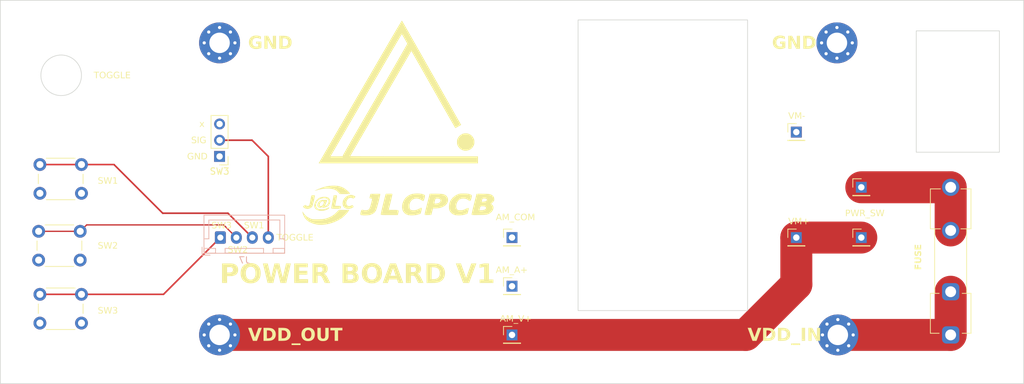
<source format=kicad_pcb>
(kicad_pcb (version 20221018) (generator pcbnew)
  (layers (0 "F.Cu" signal) (31 "B.Cu" signal) (34 "B.Paste" user) (35 "F.Paste" user) (36 "B.SilkS" user "B.Silkscreen") (37 "F.SilkS" user "F.Silkscreen") (38 "B.Mask" user) (39 "F.Mask" user) (44 "Edge.Cuts" user))
  (net 0 "")
  (net 1 "Net-(J1-Pin_1)")
  (net 2 "GND")
  (net 3 "Net-(J7-Pin_1)")
  (net 4 "Net-(J7-Pin_2)")
  (net 5 "Net-(J7-Pin_3)")
  (net 6 "Net-(J7-Pin_4)")
  (net 8 "Net-(J10-Pin_1)")
  (net 9 "Net-(J5-Pin_1)")
  (footprint "Button_Switch_THT:SW_PUSH_6mm" (layer "F.Cu") (at 60.61 105.7)
    (fp_text reference "SW4" hide)
    (fp_text value "SW_Push")
    (fp_line (start -0.25 1.5) (end -0.25 3) (stroke (width 0.12)) (layer "F.SilkS"))
    (fp_line (start 1 5.5) (end 5.5 5.5) (stroke (width 0.12)) (layer "F.SilkS"))
    (fp_line (start 5.5 -1) (end 1 -1) (stroke (width 0.12)) (layer "F.SilkS"))
    (fp_line (start 6.75 3) (end 6.75 1.5) (stroke (width 0.12)) (layer "F.SilkS"))
    (pad "1" thru_hole circle (at 0 0 90) (size 2 2) (drill 1.1) (layers "*.Cu" "*.Mask") (net 4 "Net-(J7-Pin_2)"))
    (pad "1" thru_hole circle (at 6.5 0 90) (size 2 2) (drill 1.1) (layers "*.Cu" "*.Mask") (net 4 "Net-(J7-Pin_2)"))
    (pad "2" thru_hole circle (at 0 4.5 90) (size 2 2) (drill 1.1) (layers "*.Cu" "*.Mask") (net 2 "GND"))
    (pad "2" thru_hole circle (at 6.5 4.5 90) (size 2 2) (drill 1.1) (layers "*.Cu" "*.Mask") (net 2 "GND"))
  )
  (footprint "MountingHole:MountingHole_3.2mm_M3_Pad_Via" (layer "F.Cu") (at 185.42 76.2)
    (fp_text reference "J4" hide)
    (fp_text value "GND")
    (pad "1" thru_hole circle (at -2.4 0) (size 0.8 0.8) (drill 0.5) (layers "*.Cu" "*.Mask") (net 2 "GND"))
    (pad "1" thru_hole circle (at -1.697056 -1.697056) (size 0.8 0.8) (drill 0.5) (layers "*.Cu" "*.Mask") (net 2 "GND"))
    (pad "1" thru_hole circle (at -1.697056 1.697056) (size 0.8 0.8) (drill 0.5) (layers "*.Cu" "*.Mask") (net 2 "GND"))
    (pad "1" thru_hole circle (at 0 -2.4) (size 0.8 0.8) (drill 0.5) (layers "*.Cu" "*.Mask") (net 2 "GND"))
    (pad "1" thru_hole circle (at 0 0) (size 6.4 6.4) (drill 3.2) (layers "*.Cu" "*.Mask") (net 2 "GND"))
    (pad "1" thru_hole circle (at 0 2.4) (size 0.8 0.8) (drill 0.5) (layers "*.Cu" "*.Mask") (net 2 "GND"))
    (pad "1" thru_hole circle (at 1.697056 -1.697056) (size 0.8 0.8) (drill 0.5) (layers "*.Cu" "*.Mask") (net 2 "GND"))
    (pad "1" thru_hole circle (at 1.697056 1.697056) (size 0.8 0.8) (drill 0.5) (layers "*.Cu" "*.Mask") (net 2 "GND"))
    (pad "1" thru_hole circle (at 2.4 0) (size 0.8 0.8) (drill 0.5) (layers "*.Cu" "*.Mask") (net 2 "GND"))
  )
  (footprint "MountingHole:MountingHole_3.2mm_M3_Pad_Via" (layer "F.Cu") (at 88.9 76.2)
    (fp_text reference "J2" hide)
    (fp_text value "GND")
    (pad "1" thru_hole circle (at -2.4 0) (size 0.8 0.8) (drill 0.5) (layers "*.Cu" "*.Mask") (net 2 "GND"))
    (pad "1" thru_hole circle (at -1.697056 -1.697056) (size 0.8 0.8) (drill 0.5) (layers "*.Cu" "*.Mask") (net 2 "GND"))
    (pad "1" thru_hole circle (at -1.697056 1.697056) (size 0.8 0.8) (drill 0.5) (layers "*.Cu" "*.Mask") (net 2 "GND"))
    (pad "1" thru_hole circle (at 0 -2.4) (size 0.8 0.8) (drill 0.5) (layers "*.Cu" "*.Mask") (net 2 "GND"))
    (pad "1" thru_hole circle (at 0 0) (size 6.4 6.4) (drill 3.2) (layers "*.Cu" "*.Mask") (net 2 "GND"))
    (pad "1" thru_hole circle (at 0 2.4) (size 0.8 0.8) (drill 0.5) (layers "*.Cu" "*.Mask") (net 2 "GND"))
    (pad "1" thru_hole circle (at 1.697056 -1.697056) (size 0.8 0.8) (drill 0.5) (layers "*.Cu" "*.Mask") (net 2 "GND"))
    (pad "1" thru_hole circle (at 1.697056 1.697056) (size 0.8 0.8) (drill 0.5) (layers "*.Cu" "*.Mask") (net 2 "GND"))
    (pad "1" thru_hole circle (at 2.4 0) (size 0.8 0.8) (drill 0.5) (layers "*.Cu" "*.Mask") (net 2 "GND"))
  )
  (footprint "Connector_PinHeader_2.54mm:PinHeader_1x03_P2.54mm_Vertical" (layer "F.Cu") (at 88.9 93.98 180)
    (fp_text reference "SW3" (at 0 -2.33) (layer "F.SilkS"))
    (fp_text value "SW_SPDT")
    (fp_line (start -1.33 -1.33) (end 0 -1.33) (stroke (width 0.12)) (layer "F.SilkS"))
    (fp_line (start -1.33 0) (end -1.33 -1.33) (stroke (width 0.12)) (layer "F.SilkS"))
    (fp_line (start -1.33 1.27) (end -1.33 6.41) (stroke (width 0.12)) (layer "F.SilkS"))
    (fp_line (start -1.33 1.27) (end 1.33 1.27) (stroke (width 0.12)) (layer "F.SilkS"))
    (fp_line (start -1.33 6.41) (end 1.33 6.41) (stroke (width 0.12)) (layer "F.SilkS"))
    (fp_line (start 1.33 1.27) (end 1.33 6.41) (stroke (width 0.12)) (layer "F.SilkS"))
    (pad "1" thru_hole rect (at 0 0 180) (size 1.7 1.7) (drill 1) (layers "*.Cu" "*.Mask") (net 2 "GND"))
    (pad "2" thru_hole oval (at 0 2.54 180) (size 1.7 1.7) (drill 1) (layers "*.Cu" "*.Mask") (net 6 "Net-(J7-Pin_4)"))
    (pad "3" thru_hole oval (at 0 5.08 180) (size 1.7 1.7) (drill 1) (layers "*.Cu" "*.Mask"))
  )
  (footprint "Connector_PinHeader_2.54mm:PinHeader_1x01_P2.54mm_Vertical" (layer "F.Cu") (at 134.62 114.3)
    (fp_text reference "J12" hide)
    (fp_text value "AMMETER_G")
    (fp_line (start -1.33 -1.33) (end 0 -1.33) (stroke (width 0.12)) (layer "F.SilkS"))
    (fp_line (start -1.33 0) (end -1.33 -1.33) (stroke (width 0.12)) (layer "F.SilkS"))
    (fp_line (start -1.33 1.27) (end -1.33 1.33) (stroke (width 0.12)) (layer "F.SilkS"))
    (fp_line (start -1.33 1.27) (end 1.33 1.27) (stroke (width 0.12)) (layer "F.SilkS"))
    (fp_line (start -1.33 1.33) (end 1.33 1.33) (stroke (width 0.12)) (layer "F.SilkS"))
    (fp_line (start 1.33 1.27) (end 1.33 1.33) (stroke (width 0.12)) (layer "F.SilkS"))
    (pad "1" thru_hole rect (at 0 0) (size 1.7 1.7) (drill 1) (layers "*.Cu" "*.Mask") (net 2 "GND"))
  )
  (footprint "Connector_PinHeader_2.54mm:PinHeader_1x01_P2.54mm_Vertical" (layer "F.Cu") (at 189.23 98.81)
    (fp_text reference "J5" hide)
    (fp_text value "SW_VI")
    (fp_line (start -1.33 -1.33) (end 0 -1.33) (stroke (width 0.12)) (layer "F.SilkS"))
    (fp_line (start -1.33 0) (end -1.33 -1.33) (stroke (width 0.12)) (layer "F.SilkS"))
    (fp_line (start -1.33 1.27) (end -1.33 1.33) (stroke (width 0.12)) (layer "F.SilkS"))
    (fp_line (start -1.33 1.27) (end 1.33 1.27) (stroke (width 0.12)) (layer "F.SilkS"))
    (fp_line (start -1.33 1.33) (end 1.33 1.33) (stroke (width 0.12)) (layer "F.SilkS"))
    (fp_line (start 1.33 1.27) (end 1.33 1.33) (stroke (width 0.12)) (layer "F.SilkS"))
    (pad "1" thru_hole rect (at 0 0) (size 1.7 1.7) (drill 1) (layers "*.Cu" "*.Mask") (net 9 "Net-(J5-Pin_1)"))
  )
  (footprint "logo:tuton_logo_big" (layer "F.Cu") (at 116.84 83.82)
    (fp_text reference "G***" hide)
    (fp_text value "LOGO" hide)
    (fp_poly (pts (xy 10.724457 6.55114) (xy 10.86406 6.568626) (xy 10.987187 6.604821) (xy 11.092644 6.650206) (xy 11.374479 6.819675) (xy 11.597677 7.038887) (xy 11.765796 7.306887) (xy 11.831142 7.448693) (xy 11.869694 7.566149) (xy 11.888304 7.691086) (xy 11.893824 7.855334) (xy 11.893963 7.902269) (xy 11.889455 8.089315) (xy 11.872104 8.228853) (xy 11.836169 8.35169) (xy 11.790351 8.458279) (xy 11.616288 8.74426) (xy 11.392372 8.972766) (xy 11.125513 9.139093) (xy 10.82262 9.238536) (xy 10.605084 9.265303) (xy 10.399965 9.263742) (xy 10.221499 9.241562) (xy 10.155519 9.224569) (xy 9.844319 9.085966) (xy 9.587127 8.890407) (xy 9.381897 8.636087) (xy 9.283233 8.455354) (xy 9.228947 8.324663) (xy 9.197611 8.200626) (xy 9.183562 8.052612) (xy 9.18096 7.902269) (xy 9.184429 7.724403) (xy 9.199404 7.593206) (xy 9.232737 7.476849) (xy 9.29128 7.343502) (xy 9.309127 7.306887) (xy 9.482687 7.032103) (xy 9.7074 6.814364) (xy 9.982278 6.650206) (xy 10.11417 6.595239) (xy 10.238217 6.563521) (xy 10.385338 6.54928) (xy 10.537461 6.546594)) (fill solid) (layer "F.SilkS"))
    (fp_poly (pts (xy 0.573929 -11.114026) (xy 0.596997 -11.076038) (xy 0.65703 -10.972609) (xy 0.752312 -10.806763) (xy 0.881125 -10.581524) (xy 1.041754 -10.299918) (xy 1.23248 -9.964967) (xy 1.451589 -9.579697) (xy 1.697362 -9.147133) (xy 1.968083 -8.670298) (xy 2.262036 -8.152218) (xy 2.577503 -7.595916) (xy 2.912769 -7.004417) (xy 3.266115 -6.380747) (xy 3.635826 -5.727928) (xy 4.020185 -5.048987) (xy 4.417475 -4.346946) (xy 4.825979 -3.624831) (xy 5.130405 -3.086533) (xy 5.546866 -2.350049) (xy 5.953754 -1.630527) (xy 6.349324 -0.931049) (xy 6.731833 -0.254697) (xy 7.099537 0.395444) (xy 7.450691 1.016293) (xy 7.783552 1.604766) (xy 8.096376 2.157781) (xy 8.387417 2.672255) (xy 8.654934 3.145105) (xy 8.89718 3.573248) (xy 9.112413 3.953601) (xy 9.298888 4.283082) (xy 9.454862 4.558607) (xy 9.57859 4.777094) (xy 9.668328 4.93546) (xy 9.722332 5.030623) (xy 9.737966 5.058024) (xy 9.832175 5.220847) (xy 9.390607 5.470872) (xy 9.222925 5.565565) (xy 9.08032 5.645621) (xy 8.976547 5.703352) (xy 8.925359 5.731073) (xy 8.923085 5.73216) (xy 8.901302 5.699702) (xy 8.842817 5.602214) (xy 8.749596 5.44314) (xy 8.623605 5.225923) (xy 8.466814 4.954007) (xy 8.281188 4.630834) (xy 8.068694 4.259847) (xy 7.8313 3.844491) (xy 7.570974 3.388208) (xy 7.289682 2.894442) (xy 6.989391 2.366635) (xy 6.672068 1.808231) (xy 6.339681 1.222674) (xy 5.994197 0.613406) (xy 5.637583 -0.01613) (xy 5.480686 -0.293301) (xy 5.119871 -0.930652) (xy 4.769408 -1.549341) (xy 4.43126 -2.145915) (xy 4.107391 -2.716925) (xy 3.799766 -3.258918) (xy 3.510349 -3.768445) (xy 3.241103 -4.242054) (xy 2.993994 -4.676295) (xy 2.770986 -5.067717) (xy 2.574042 -5.412869) (xy 2.405126 -5.7083) (xy 2.266204 -5.950559) (xy 2.159239 -6.136196) (xy 2.086196 -6.261759) (xy 2.049038 -6.323798) (xy 2.044582 -6.330085) (xy 2.023811 -6.296669) (xy 1.965675 -6.198794) (xy 1.872251 -6.040034) (xy 1.745612 -5.823961) (xy 1.587836 -5.55415) (xy 1.400997 -5.234173) (xy 1.187171 -4.867605) (xy 0.948433 -4.458018) (xy 0.686858 -4.008986) (xy 0.404523 -3.524083) (xy 0.103502 -3.006881) (xy -0.214128 -2.460955) (xy -0.546293 -1.889877) (xy -0.890917 -1.297221) (xy -1.245925 -0.68656) (xy -1.60924 -0.061468) (xy -1.978789 0.574482) (xy -2.352494 1.217716) (xy -2.728281 1.864661) (xy -3.104074 2.511744) (xy -3.477799 3.155391) (xy -3.847378 3.792029) (xy -4.210737 4.418085) (xy -4.565801 5.029984) (xy -4.910494 5.624154) (xy -5.24274 6.197022) (xy -5.560464 6.745013) (xy -5.861591 7.264554) (xy -6.144045 7.752073) (xy -6.40575 8.203995) (xy -6.644632 8.616748) (xy -6.858614 8.986757) (xy -7.045622 9.31045) (xy -7.203579 9.584253) (xy -7.330411 9.804593) (xy -7.424042 9.967895) (xy -7.482396 10.070588) (xy -7.503354 10.108969) (xy -7.465762 10.112433) (xy -7.352042 10.115767) (xy -7.164702 10.118962) (xy -6.906252 10.122011) (xy -6.579201 10.124903) (xy -6.186058 10.12763) (xy -5.729332 10.130184) (xy -5.211533 10.132555) (xy -4.635169 10.134734) (xy -4.002751 10.136712) (xy -3.316786 10.138482) (xy -2.579784 10.140033) (xy -1.794254 10.141357) (xy -0.962706 10.142445) (xy -0.087649 10.143288) (xy 0.828409 10.143878) (xy 1.782958 10.144204) (xy 2.473813 10.144272) (xy 12.464087 10.144272) (xy 12.464087 10.694737) (xy 12.464087 11.245201) (xy 0.002262 11.245201) (xy -12.459562 11.245201) (xy -12.098125 10.621649) (xy -11.821411 10.144272) (xy -10.584548 10.144272) (xy -9.587862 10.141168) (xy -9.320457 10.13959) (xy -9.083952 10.136754) (xy -8.888126 10.132898) (xy -8.742757 10.128258) (xy -8.657624 10.123071) (xy -8.640325 10.118232) (xy -8.685447 10.066331) (xy -8.689474 10.042678) (xy -8.670001 10.00421) (xy -8.612685 9.90061) (xy -8.519178 9.734745) (xy -8.391133 9.509482) (xy -8.230202 9.22769) (xy -8.038038 8.892236) (xy -7.816294 8.505987) (xy -7.566621 8.07181) (xy -7.290674 7.592574) (xy -6.990103 7.071146) (xy -6.666562 6.510393) (xy -6.321704 5.913182) (xy -5.95718 5.282382) (xy -5.574645 4.620859) (xy -5.175749 3.931481) (xy -4.762146 3.217116) (xy -4.335488 2.480632) (xy -3.897428 1.724895) (xy -3.634937 1.272249) (xy -3.191092 0.50671) (xy -2.757801 -0.241194) (xy -2.336712 -0.968601) (xy -1.92947 -1.672647) (xy -1.537721 -2.350471) (xy -1.163111 -2.99921) (xy -0.807285 -3.616001) (xy -0.471891 -4.197983) (xy -0.158572 -4.742293) (xy 0.131023 -5.246069) (xy 0.39525 -5.706448) (xy 0.632463 -6.120567) (xy 0.841015 -6.485565) (xy 1.019261 -6.798578) (xy 1.165554 -7.056746) (xy 1.27825 -7.257204) (xy 1.355701 -7.397091) (xy 1.396262 -7.473545) (xy 1.40222 -7.487748) (xy 1.376198 -7.539504) (xy 1.318636 -7.645363) (xy 1.236636 -7.792867) (xy 1.137298 -7.969557) (xy 1.027722 -8.162972) (xy 0.915011 -8.360652) (xy 0.806264 -8.550138) (xy 0.708583 -8.718971) (xy 0.629067 -8.854691) (xy 0.574819 -8.944837) (xy 0.553878 -8.976323) (xy 0.531843 -8.945411) (xy 0.472008 -8.849161) (xy 0.375968 -8.690295) (xy 0.245313 -8.471536) (xy 0.081638 -8.195606) (xy -0.113464 -7.865226) (xy -0.338402 -7.483119) (xy -0.591583 -7.052007) (xy -0.871413 -6.574613) (xy -1.1763 -6.053659) (xy -1.504652 -5.491866) (xy -1.854874 -4.891958) (xy -2.225376 -4.256656) (xy -2.614563 -3.588682) (xy -3.020844 -2.890759) (xy -3.442625 -2.165609) (xy -3.878314 -1.415954) (xy -4.326317 -0.644516) (xy -4.785043 0.145982) (xy -4.955893 0.44055) (xy -5.41906 1.239216) (xy -5.872359 2.02086) (xy -6.314178 2.782701) (xy -6.742904 3.521956) (xy -7.156922 4.235845) (xy -7.554621 4.921586) (xy -7.934385 5.576396) (xy -8.294603 6.197494) (xy -8.63366 6.782099) (xy -8.949943 7.327428) (xy -9.241839 7.8307) (xy -9.507734 8.289133) (xy -9.746016 8.699945) (xy -9.95507 9.060355) (xy -10.133283 9.367581) (xy -10.279042 9.61884) (xy -10.390734 9.811353) (xy -10.466745 9.942336) (xy -10.505462 10.009007) (xy -10.509817 10.016486) (xy -10.584548 10.144272) (xy -11.821411 10.144272) (xy -11.245706 9.151088) (xy -10.431824 7.747078) (xy -9.655604 6.408122) (xy -8.916173 5.13272) (xy -8.212656 3.919374) (xy -7.544182 2.766587) (xy -6.909875 1.672859) (xy -6.308863 0.636691) (xy -5.740272 -0.343413) (xy -5.203228 -1.268953) (xy -4.696858 -2.141428) (xy -4.220288 -2.962335) (xy -3.772644 -3.733173) (xy -3.353053 -4.45544) (xy -2.960642 -5.130635) (xy -2.594536 -5.760257) (xy -2.253863 -6.345803) (xy -1.937748 -6.888772) (xy -1.645318 -7.390662) (xy -1.3757 -7.852972) (xy -1.128019 -8.277201) (xy -0.901403 -8.664846) (xy -0.694978 -9.017406) (xy -0.507869 -9.33638) (xy -0.339204 -9.623265) (xy -0.188109 -9.879561) (xy -0.053711 -10.106766) (xy 0.064865 -10.306377) (xy 0.168491 -10.479894) (xy 0.258042 -10.628815) (xy 0.334391 -10.754639) (xy 0.398412 -10.858863) (xy 0.450978 -10.942986) (xy 0.492962 -11.008507) (xy 0.525238 -11.056923) (xy 0.548681 -11.089734) (xy 0.564163 -11.108438) (xy 0.572558 -11.114533)) (fill solid) (layer "F.SilkS"))
  )
  (footprint "logo:jlcpcb_logo_big" (layer "F.Cu") (at 116.84 101.6)
    (fp_text reference "G***" hide)
    (fp_text value "LOGO" hide)
    (fp_poly (pts (xy -9.470131 -3.01252) (xy -9.101266 -2.929366) (xy -8.736775 -2.792834) (xy -8.601363 -2.730142) (xy -8.431147 -2.630321) (xy -8.2323 -2.487201) (xy -8.026484 -2.31998) (xy -7.835364 -2.147858) (xy -7.680604 -1.990035) (xy -7.583866 -1.865708) (xy -7.562272 -1.809259) (xy -7.58599 -1.777137) (xy -7.667101 -1.754788) (xy -7.820537 -1.740758) (xy -8.061234 -1.733596) (xy -8.35823 -1.731819) (xy -9.154187 -1.731819) (xy -9.367413 -1.986905) (xy -9.618753 -2.232262) (xy -9.912575 -2.407492) (xy -10.26839 -2.520491) (xy -10.705708 -2.579152) (xy -10.850801 -2.587137) (xy -11.380671 -2.585933) (xy -11.879598 -2.532084) (xy -12.396572 -2.418869) (xy -12.684726 -2.33556) (xy -12.911429 -2.270024) (xy -13.031688 -2.245604) (xy -13.046509 -2.261179) (xy -12.956899 -2.315626) (xy -12.763864 -2.407821) (xy -12.526818 -2.51178) (xy -11.996555 -2.722786) (xy -11.523399 -2.873537) (xy -11.071875 -2.972753) (xy -10.606502 -3.029151) (xy -10.362045 -3.043825) (xy -9.878636 -3.048579)) (fill solid) (layer "F.SilkS"))
    (fp_poly (pts (xy -13.309757 -1.558647) (xy -13.302246 -1.558637) (xy -13.12535 -1.544475) (xy -13.050461 -1.499904) (xy -13.046363 -1.479984) (xy -13.060295 -1.344427) (xy -13.09769 -1.131022) (xy -13.151949 -0.867967) (xy -13.216474 -0.583458) (xy -13.284665 -0.305694) (xy -13.349924 -0.062871) (xy -13.405652 0.116813) (xy -13.438428 0.19529) (xy -13.623672 0.404482) (xy -13.878463 0.542624) (xy -14.173544 0.598392) (xy -14.421157 0.575598) (xy -14.568501 0.518251) (xy -14.720496 0.423821) (xy -14.84089 0.31909) (xy -14.893432 0.230843) (xy -14.893636 0.226515) (xy -14.849561 0.171336) (xy -14.740601 0.088184) (xy -14.710836 0.068779) (xy -14.528036 -0.046962) (xy -14.371065 0.069092) (xy -14.195126 0.147267) (xy -14.03472 0.125743) (xy -13.916615 0.008114) (xy -13.916614 0.008113) (xy -13.884453 -0.087186) (xy -13.838546 -0.268294) (xy -13.78553 -0.507378) (xy -13.742016 -0.724) (xy -13.680154 -1.047068) (xy -13.633161 -1.274043) (xy -13.592137 -1.421814) (xy -13.548183 -1.507271) (xy -13.492402 -1.547303) (xy -13.415892 -1.558799)) (fill solid) (layer "F.SilkS"))
    (fp_poly (pts (xy -9.728112 -1.556543) (xy -9.64884 -1.539663) (xy -9.60275 -1.492097) (xy -9.587911 -1.397947) (xy -9.602391 -1.241313) (xy -9.644256 -1.006297) (xy -9.711575 -0.677) (xy -9.726587 -0.604852) (xy -9.781781 -0.338631) (xy -9.827255 -0.117505) (xy -9.858463 0.036293) (xy -9.87086 0.10053) (xy -9.870905 0.101022) (xy -9.818103 0.107908) (xy -9.677971 0.113007) (xy -9.47863 0.115387) (xy -9.436597 0.115454) (xy -9.185247 0.123029) (xy -9.033624 0.152894) (xy -8.966579 0.21576) (xy -8.968968 0.322336) (xy -9.001669 0.422999) (xy -9.060324 0.577272) (xy -9.751073 0.577272) (xy -10.021839 0.573233) (xy -10.248307 0.562235) (xy -10.406753 0.545959) (xy -10.473444 0.526107) (xy -10.472774 0.455446) (xy -10.451349 0.291068) (xy -10.412283 0.052213) (xy -10.358691 -0.241876) (xy -10.303669 -0.522758) (xy -10.238577 -0.846247) (xy -10.182247 -1.128158) (xy -10.138343 -1.349989) (xy -10.110529 -1.493242) (xy -10.102272 -1.539547) (xy -10.050624 -1.550937) (xy -9.919961 -1.557765) (xy -9.8425 -1.558637)) (fill solid) (layer "F.SilkS"))
    (fp_poly (pts (xy -7.174637 -1.583733) (xy -6.909604 -1.481038) (xy -6.840874 -1.433021) (xy -6.688624 -1.31326) (xy -6.847354 -1.147581) (xy -6.955607 -1.044461) (xy -7.031005 -1.017208) (xy -7.116043 -1.054211) (xy -7.13783 -1.068224) (xy -7.355618 -1.148295) (xy -7.58575 -1.128542) (xy -7.802536 -1.018151) (xy -7.980282 -0.826305) (xy -8.023524 -0.751565) (xy -8.124019 -0.469148) (xy -8.127539 -0.216812) (xy -8.034584 -0.009855) (xy -7.997851 0.031487) (xy -7.819992 0.148887) (xy -7.619942 0.158953) (xy -7.425787 0.086235) (xy -7.266043 0.015474) (xy -7.163315 0.013389) (xy -7.08071 0.081493) (xy -7.065359 0.101022) (xy -6.996404 0.225162) (xy -7.020878 0.320462) (xy -7.147212 0.417266) (xy -7.154418 0.421548) (xy -7.409578 0.526006) (xy -7.711486 0.582807) (xy -7.997344 0.580751) (xy -8.02409 0.576628) (xy -8.315292 0.476071) (xy -8.53144 0.29484) (xy -8.666202 0.045035) (xy -8.713246 -0.261247) (xy -8.666242 -0.611904) (xy -8.659381 -0.637387) (xy -8.527389 -0.936099) (xy -8.321768 -1.190423) (xy -8.0631 -1.391354) (xy -7.771967 -1.529886) (xy -7.468952 -1.597014)) (fill solid) (layer "F.SilkS"))
    (fp_poly (pts (xy -7.775486 0.928743) (xy -7.932259 1.15163) (xy -8.154921 1.409983) (xy -8.414358 1.673657) (xy -8.681458 1.912512) (xy -8.857061 2.04856) (xy -9.396892 2.381918) (xy -9.992436 2.658438) (xy -10.620595 2.872317) (xy -11.258272 3.017753) (xy -11.882369 3.088946) (xy -12.469789 3.080092) (xy -12.78659 3.035604) (xy -13.387282 2.876489) (xy -13.893219 2.651757) (xy -14.304903 2.361024) (xy -14.622841 2.003908) (xy -14.847534 1.580023) (xy -14.901227 1.425683) (xy -14.95699 1.228977) (xy -14.990439 1.079113) (xy -14.99495 1.006225) (xy -14.993795 1.004552) (xy -14.951681 1.033095) (xy -14.874446 1.137008) (xy -14.816265 1.230611) (xy -14.569962 1.555526) (xy -14.236315 1.831281) (xy -13.857279 2.043393) (xy -13.707649 2.112393) (xy -13.581605 2.160886) (xy -13.454125 2.192447) (xy -13.30019 2.210651) (xy -13.094781 2.219074) (xy -12.812876 2.221293) (xy -12.613409 2.221159) (xy -12.151114 2.212846) (xy -11.772195 2.185237) (xy -11.445294 2.131941) (xy -11.139056 2.046566) (xy -10.822124 1.922721) (xy -10.56409 1.803429) (xy -10.258079 1.632236) (xy -9.973738 1.417911) (xy -9.711478 1.172275) (xy -9.291821 0.750454) (xy -8.48151 0.750454) (xy -7.6712 0.750454)) (fill solid) (layer "F.SilkS"))
    (fp_poly (pts (xy -1.193716 -1.787666) (xy -1.041476 -1.778662) (xy -0.960472 -1.757485) (xy -0.928604 -1.719087) (xy -0.923636 -1.671763) (xy -0.936898 -1.589744) (xy -0.973298 -1.417019) (xy -1.027758 -1.174834) (xy -1.0952 -0.884435) (xy -1.170546 -0.567071) (xy -1.248718 -0.243987) (xy -1.324637 0.06357) (xy -1.393226 0.334352) (xy -1.449406 0.547113) (xy -1.478415 0.649431) (xy -1.482001 0.6906) (xy -1.452172 0.718819) (xy -1.371601 0.736497) (xy -1.222965 0.746048) (xy -0.988938 0.749881) (xy -0.752532 0.750454) (xy -0.420067 0.751946) (xy -0.188046 0.762977) (xy -0.04146 0.793382) (xy 0.034701 0.852994) (xy 0.055445 0.951649) (xy 0.035784 1.099181) (xy 0.003938 1.24609) (xy -0.066007 1.558636) (xy -1.391406 1.558636) (xy -1.828944 1.557489) (xy -2.163905 1.553537) (xy -2.409149 1.546013) (xy -2.577538 1.534149) (xy -2.68193 1.517178) (xy -2.735186 1.494333) (xy -2.747858 1.477714) (xy -2.740408 1.408606) (xy -2.708504 1.245088) (xy -2.65634 1.004596) (xy -2.588111 0.704563) (xy -2.50801 0.362423) (xy -2.420232 -0.004388) (xy -2.32897 -0.378437) (xy -2.238419 -0.74229) (xy -2.152773 -1.078511) (xy -2.076225 -1.369666) (xy -2.012971 -1.598322) (xy -1.986173 -1.688523) (xy -1.955486 -1.737538) (xy -1.885219 -1.767867) (xy -1.752646 -1.783707) (xy -1.535042 -1.789257) (xy -1.439291 -1.789546)) (fill solid) (layer "F.SilkS"))
    (fp_poly (pts (xy -3.085878 -1.775426) (xy -2.910853 -1.765179) (xy -2.824631 -1.749768) (xy -2.821002 -1.747276) (xy -2.817758 -1.676156) (xy -2.842768 -1.513692) (xy -2.89102 -1.279097) (xy -2.9575 -0.991585) (xy -3.037196 -0.670369) (xy -3.125093 -0.334662) (xy -3.216178 -0.003677) (xy -3.305438 0.303371) (xy -3.38786 0.567269) (xy -3.45843 0.768805) (xy -3.506004 0.877943) (xy -3.730625 1.175415) (xy -4.040731 1.400075) (xy -4.401249 1.538591) (xy -4.609876 1.575887) (xy -4.87553 1.599998) (xy -5.163728 1.610481) (xy -5.439988 1.606891) (xy -5.669829 1.588782) (xy -5.816022 1.556837) (xy -5.897348 1.516101) (xy -5.935262 1.458639) (xy -5.933906 1.355664) (xy -5.897424 1.178387) (xy -5.880619 1.107949) (xy -5.81364 0.882901) (xy -5.738088 0.758642) (xy -5.639389 0.720664) (xy -5.519194 0.748082) (xy -5.312898 0.795382) (xy -5.07501 0.805459) (xy -4.852487 0.780009) (xy -4.692287 0.720727) (xy -4.688424 0.718086) (xy -4.586195 0.626811) (xy -4.498568 0.497519) (xy -4.416908 0.310808) (xy -4.332581 0.047277) (xy -4.246354 -0.275226) (xy -4.170063 -0.580237) (xy -4.123537 -0.790851) (xy -4.108017 -0.924547) (xy -4.124746 -0.998802) (xy -4.174969 -1.031095) (xy -4.259928 -1.038907) (xy -4.300681 -1.039091) (xy -4.418014 -1.045303) (xy -4.479862 -1.079215) (xy -4.492844 -1.163744) (xy -4.463583 -1.321804) (xy -4.425767 -1.472046) (xy -4.351034 -1.760682) (xy -3.608951 -1.776912) (xy -3.326358 -1.779629)) (fill solid) (layer "F.SilkS"))
    (fp_poly (pts (xy 3.347584 -1.806977) (xy 3.682384 -1.759114) (xy 3.896591 -1.696827) (xy 4.065423 -1.621643) (xy 4.149743 -1.555894) (xy 4.175127 -1.47422) (xy 4.173886 -1.421891) (xy 4.145314 -1.225214) (xy 4.092671 -1.017329) (xy 4.026832 -0.829106) (xy 3.958673 -0.691414) (xy 3.899069 -0.635125) (xy 3.896666 -0.635) (xy 3.805619 -0.666502) (xy 3.660487 -0.747486) (xy 3.551006 -0.819936) (xy 3.23411 -0.978246) (xy 2.888335 -1.039304) (xy 2.543333 -1.000972) (xy 2.309902 -0.909477) (xy 2.045598 -0.705313) (xy 1.858435 -0.425504) (xy 1.757128 -0.087396) (xy 1.74398 0.217197) (xy 1.776729 0.477125) (xy 1.847586 0.64638) (xy 1.973275 0.747746) (xy 2.170517 0.804006) (xy 2.175285 0.804824) (xy 2.546776 0.811626) (xy 2.947641 0.709945) (xy 3.380464 0.49907) (xy 3.457961 0.451965) (xy 3.567876 0.408166) (xy 3.644271 0.446179) (xy 3.674 0.511988) (xy 3.669502 0.63216) (xy 3.628827 0.829391) (xy 3.602416 0.933321) (xy 3.4925 1.352401) (xy 3.08841 1.481473) (xy 2.747705 1.561121) (xy 2.364272 1.603897) (xy 1.977567 1.608951) (xy 1.627047 1.575434) (xy 1.392671 1.517999) (xy 1.070951 1.348236) (xy 0.826294 1.100424) (xy 0.66349 0.786549) (xy 0.587332 0.4186) (xy 0.602611 0.008565) (xy 0.668959 -0.292591) (xy 0.85938 -0.75149) (xy 1.139926 -1.138945) (xy 1.507415 -1.451513) (xy 1.953922 -1.683874) (xy 2.235493 -1.761333) (xy 2.586631 -1.807836) (xy 2.969831 -1.823134)) (fill solid) (layer "F.SilkS"))
    (fp_poly (pts (xy 6.321966 -1.783169) (xy 6.693954 -1.761928) (xy 6.98298 -1.722661) (xy 7.204993 -1.662203) (xy 7.37594 -1.577391) (xy 7.511771 -1.465062) (xy 7.517637 -1.458971) (xy 7.700979 -1.208959) (xy 7.780998 -0.940465) (xy 7.762585 -0.631698) (xy 7.731984 -0.503536) (xy 7.590637 -0.203396) (xy 7.352576 0.05416) (xy 7.030968 0.261989) (xy 6.638978 0.41295) (xy 6.189773 0.499902) (xy 5.847112 0.51886) (xy 5.430814 0.519545) (xy 5.367437 0.764886) (xy 5.309483 0.986066) (xy 5.246236 1.223067) (xy 5.233541 1.27) (xy 5.163022 1.529772) (xy 4.658749 1.546465) (xy 4.401431 1.550626) (xy 4.239107 1.540885) (xy 4.151887 1.514837) (xy 4.123214 1.48169) (xy 4.122324 1.433534) (xy 4.137967 1.329309) (xy 4.1718 1.162109) (xy 4.225478 0.925026) (xy 4.300656 0.611154) (xy 4.398989 0.213586) (xy 4.522133 -0.274587) (xy 4.537202 -0.333576) (xy 5.657536 -0.333576) (xy 5.687965 -0.257957) (xy 5.775605 -0.23554) (xy 5.929036 -0.247029) (xy 5.944257 -0.248817) (xy 6.138079 -0.281408) (xy 6.299388 -0.32491) (xy 6.348348 -0.34548) (xy 6.467635 -0.440909) (xy 6.560235 -0.552805) (xy 6.620311 -0.719865) (xy 6.579358 -0.862253) (xy 6.450993 -0.968919) (xy 6.248834 -1.028813) (xy 5.986499 -1.030887) (xy 5.972897 -1.029374) (xy 5.870824 -1.003686) (xy 5.805791 -0.936211) (xy 5.754124 -0.796453) (xy 5.733984 -0.721591) (xy 5.675736 -0.481689) (xy 5.657536 -0.333576) (xy 4.537202 -0.333576) (xy 4.671744 -0.86027) (xy 4.849476 -1.550371) (xy 4.85534 -1.573069) (xy 4.911269 -1.789546) (xy 5.851066 -1.789546)) (fill solid) (layer "F.SilkS"))
    (fp_poly (pts (xy 10.246591 -1.815883) (xy 10.577736 -1.810498) (xy 10.822951 -1.794777) (xy 11.011563 -1.765167) (xy 11.172896 -1.718118) (xy 11.227955 -1.69703) (xy 11.379637 -1.628753) (xy 11.470201 -1.556236) (xy 11.50541 -1.455285) (xy 11.491031 -1.301706) (xy 11.432828 -1.071305) (xy 11.402342 -0.965188) (xy 11.333277 -0.764189) (xy 11.258215 -0.662348) (xy 11.155062 -0.653598) (xy 11.001719 -0.731874) (xy 10.873678 -0.820064) (xy 10.692311 -0.933298) (xy 10.514334 -0.995836) (xy 10.284417 -1.026056) (xy 10.245581 -1.028713) (xy 9.887855 -1.010165) (xy 9.597912 -0.900609) (xy 9.366023 -0.694604) (xy 9.213081 -0.451321) (xy 9.101635 -0.153572) (xy 9.055971 0.142128) (xy 9.076292 0.407982) (xy 9.162802 0.616194) (xy 9.204876 0.666487) (xy 9.302488 0.7466) (xy 9.416662 0.789677) (xy 9.585964 0.806377) (xy 9.717472 0.808181) (xy 9.947865 0.797471) (xy 10.143526 0.756235) (xy 10.357323 0.670818) (xy 10.479439 0.611359) (xy 10.740646 0.494273) (xy 10.91565 0.450076) (xy 11.007464 0.478376) (xy 11.023881 0.540153) (xy 11.008129 0.626431) (xy 10.968891 0.787945) (xy 10.917113 0.980807) (xy 10.812372 1.355478) (xy 10.414027 1.483011) (xy 10.080123 1.561048) (xy 9.701977 1.603389) (xy 9.319102 1.60919) (xy 8.971014 1.577607) (xy 8.727207 1.519057) (xy 8.438508 1.368619) (xy 8.192599 1.149245) (xy 8.018333 0.890069) (xy 7.965934 0.750454) (xy 7.93195 0.546603) (xy 7.91785 0.292389) (xy 7.922721 0.110021) (xy 8.011351 -0.358981) (xy 8.203467 -0.785166) (xy 8.49181 -1.158352) (xy 8.86912 -1.468358) (xy 9.16705 -1.63516) (xy 9.33848 -1.713351) (xy 9.480752 -1.765318) (xy 9.625043 -1.79628) (xy 9.802532 -1.811456) (xy 10.044395 -1.816065)) (fill solid) (layer "F.SilkS"))
    (fp_poly (pts (xy 12.965964 -1.784255) (xy 13.262841 -1.779789) (xy 13.639538 -1.771519) (xy 13.921169 -1.76122) (xy 14.128125 -1.74655) (xy 14.280796 -1.725164) (xy 14.399569 -1.694721) (xy 14.504836 -1.652875) (xy 14.548534 -1.632022) (xy 14.802261 -1.457343) (xy 14.954217 -1.230493) (xy 15.0088 -0.944667) (xy 15.009091 -0.919266) (xy 14.997786 -0.765736) (xy 14.949576 -0.645309) (xy 14.843017 -0.516219) (xy 14.760181 -0.434439) (xy 14.511272 -0.195942) (xy 14.648167 -0.092681) (xy 14.813415 0.094633) (xy 14.884528 0.321345) (xy 14.867708 0.569744) (xy 14.769161 0.822117) (xy 14.595089 1.060752) (xy 14.351697 1.267936) (xy 14.128268 1.391638) (xy 14.016517 1.438192) (xy 13.905213 1.473264) (xy 13.775249 1.498884) (xy 13.607518 1.517083) (xy 13.382912 1.52989) (xy 13.082324 1.539336) (xy 12.686648 1.547451) (xy 12.656861 1.547987) (xy 12.24638 1.55392) (xy 11.937964 1.554634) (xy 11.718314 1.549504) (xy 11.574132 1.537903) (xy 11.49212 1.519206) (xy 11.458978 1.492788) (xy 11.458498 1.491606) (xy 11.464681 1.417536) (xy 11.496825 1.246777) (xy 11.551544 0.994299) (xy 11.594636 0.808181) (xy 12.690827 0.808181) (xy 12.998482 0.808092) (xy 13.241348 0.785837) (xy 13.459458 0.728362) (xy 13.508182 0.707069) (xy 13.647275 0.618138) (xy 13.703658 0.514838) (xy 13.710228 0.435557) (xy 13.68827 0.319139) (xy 13.610267 0.243382) (xy 13.458022 0.200009) (xy 13.21334 0.180746) (xy 13.145958 0.178936) (xy 12.985922 0.183284) (xy 12.883138 0.219764) (xy 12.816133 0.311262) (xy 12.763435 0.480668) (xy 12.731632 0.620568) (xy 12.690827 0.808181) (xy 11.594636 0.808181) (xy 11.625454 0.675077) (xy 11.715169 0.304081) (xy 11.817305 -0.103714) (xy 11.833569 -0.167449) (xy 11.932448 -0.5548) (xy 13.046686 -0.5548) (xy 13.096651 -0.530784) (xy 13.223076 -0.529222) (xy 13.390067 -0.545993) (xy 13.561728 -0.576975) (xy 13.702167 -0.618047) (xy 13.737439 -0.634116) (xy 13.833158 -0.740918) (xy 13.854546 -0.832344) (xy 13.821594 -0.939491) (xy 13.712868 -1.00478) (xy 13.513558 -1.034652) (xy 13.381009 -1.038303) (xy 13.238598 -1.028421) (xy 13.163482 -0.975371) (xy 13.113751 -0.846148) (xy 13.107127 -0.822614) (xy 13.068168 -0.670347) (xy 13.047616 -0.566682) (xy 13.046686 -0.5548) (xy 11.932448 -0.5548) (xy 11.937996 -0.576534) (xy 12.032425 -0.948072) (xy 12.113237 -1.267693) (xy 12.176812 -1.521026) (xy 12.219531 -1.693701) (xy 12.237775 -1.771347) (xy 12.238182 -1.774056) (xy 12.292837 -1.781023) (xy 12.444576 -1.785114) (xy 12.675064 -1.786226)) (fill solid) (layer "F.SilkS"))
    (fp_poly (pts (xy -11.149862 -1.257457) (xy -10.98359 -1.195718) (xy -10.780733 -1.024418) (xy -10.654336 -0.786794) (xy -10.621818 -0.57784) (xy -10.659962 -0.370069) (xy -10.757607 -0.137994) (xy -10.889577 0.064211) (xy -10.94972 0.127684) (xy -11.11419 0.240564) (xy -11.315847 0.329131) (xy -11.523646 0.385958) (xy -11.70654 0.403617) (xy -11.833486 0.374681) (xy -11.863051 0.346207) (xy -11.939719 0.319726) (xy -12.006981 0.346207) (xy -12.192795 0.399431) (xy -12.386284 0.385659) (xy -12.536113 0.309424) (xy -12.546734 0.298522) (xy -12.638858 0.120058) (xy -12.641097 -0.04228) (xy -12.295909 -0.04228) (xy -12.260517 0.110763) (xy -12.165897 0.175746) (xy -12.029387 0.151026) (xy -11.868321 0.034957) (xy -11.835381 0.001382) (xy -11.692849 -0.200876) (xy -11.639719 -0.395902) (xy -11.672834 -0.542906) (xy -11.767996 -0.623954) (xy -11.89432 -0.618615) (xy -12.031006 -0.543603) (xy -12.157254 -0.415629) (xy -12.252262 -0.251407) (xy -12.295229 -0.06765) (xy -12.295909 -0.04228) (xy -12.641097 -0.04228) (xy -12.641732 -0.088357) (xy -12.569395 -0.305086) (xy -12.435884 -0.508491) (xy -12.255238 -0.676936) (xy -12.041495 -0.788784) (xy -11.81917 -0.822861) (xy -11.588393 -0.816839) (xy -11.351556 -0.813598) (xy -11.329541 -0.813499) (xy -11.21672 -0.813396) (xy -11.147573 -0.80173) (xy -11.122316 -0.760201) (xy -11.141165 -0.670507) (xy -11.204335 -0.514347) (xy -11.312042 -0.273421) (xy -11.336553 -0.2188) (xy -11.405505 -0.043007) (xy -11.438871 0.088514) (xy -11.431701 0.143266) (xy -11.350417 0.132425) (xy -11.233128 0.048823) (xy -11.104384 -0.082004) (xy -10.988737 -0.234518) (xy -10.910741 -0.383183) (xy -10.902814 -0.406829) (xy -10.879431 -0.634983) (xy -10.961287 -0.824924) (xy -11.151998 -0.983811) (xy -11.210386 -1.016069) (xy -11.429851 -1.077844) (xy -11.707642 -1.082315) (xy -12.003811 -1.032772) (xy -12.278405 -0.9325) (xy -12.288635 -0.927347) (xy -12.533942 -0.746909) (xy -12.727196 -0.498084) (xy -12.846108 -0.215712) (xy -12.873181 -0.013767) (xy -12.841913 0.2477) (xy -12.74164 0.438768) (xy -12.56266 0.56651) (xy -12.29527 0.637999) (xy -11.948533 0.660259) (xy -11.69185 0.65352) (xy -11.497401 0.622797) (xy -11.312658 0.556733) (xy -11.183526 0.494853) (xy -11.008254 0.413907) (xy -10.875382 0.366879) (xy -10.816611 0.363237) (xy -10.798793 0.445257) (xy -10.873512 0.542803) (xy -11.020841 0.645283) (xy -11.220854 0.742105) (xy -11.453626 0.822677) (xy -11.699231 0.876408) (xy -11.805227 0.888737) (xy -12.046559 0.895304) (xy -12.287019 0.881567) (xy -12.404421 0.86421) (xy -12.727819 0.753251) (xy -12.962887 0.577067) (xy -13.103732 0.342669) (xy -13.144464 0.057067) (xy -13.139562 -0.010484) (xy -13.04438 -0.396665) (xy -12.847588 -0.728628) (xy -12.548765 -1.006946) (xy -12.295909 -1.161289) (xy -12.045781 -1.24963) (xy -11.743371 -1.29584) (xy -11.430718 -1.298817)) (fill solid) (layer "F.SilkS"))
  )
  (footprint "Connector_PinHeader_2.54mm:PinHeader_1x01_P2.54mm_Vertical" (layer "F.Cu") (at 189.23 106.68)
    (fp_text reference "J6" hide)
    (fp_text value "SW_VO")
    (fp_line (start -1.33 -1.33) (end 0 -1.33) (stroke (width 0.12)) (layer "F.SilkS"))
    (fp_line (start -1.33 0) (end -1.33 -1.33) (stroke (width 0.12)) (layer "F.SilkS"))
    (fp_line (start -1.33 1.27) (end -1.33 1.33) (stroke (width 0.12)) (layer "F.SilkS"))
    (fp_line (start -1.33 1.27) (end 1.33 1.27) (stroke (width 0.12)) (layer "F.SilkS"))
    (fp_line (start -1.33 1.33) (end 1.33 1.33) (stroke (width 0.12)) (layer "F.SilkS"))
    (fp_line (start 1.33 1.27) (end 1.33 1.33) (stroke (width 0.12)) (layer "F.SilkS"))
    (pad "1" thru_hole rect (at 0 0) (size 1.7 1.7) (drill 1) (layers "*.Cu" "*.Mask") (net 8 "Net-(J10-Pin_1)"))
  )
  (footprint "Connector_PinHeader_2.54mm:PinHeader_1x01_P2.54mm_Vertical" (layer "F.Cu") (at 134.62 106.68)
    (fp_text reference "J11" hide)
    (fp_text value "AMMETER_G")
    (fp_line (start -1.33 -1.33) (end 0 -1.33) (stroke (width 0.12)) (layer "F.SilkS"))
    (fp_line (start -1.33 0) (end -1.33 -1.33) (stroke (width 0.12)) (layer "F.SilkS"))
    (fp_line (start -1.33 1.27) (end -1.33 1.33) (stroke (width 0.12)) (layer "F.SilkS"))
    (fp_line (start -1.33 1.27) (end 1.33 1.27) (stroke (width 0.12)) (layer "F.SilkS"))
    (fp_line (start -1.33 1.33) (end 1.33 1.33) (stroke (width 0.12)) (layer "F.SilkS"))
    (fp_line (start 1.33 1.27) (end 1.33 1.33) (stroke (width 0.12)) (layer "F.SilkS"))
    (pad "1" thru_hole rect (at 0 0) (size 1.7 1.7) (drill 1) (layers "*.Cu" "*.Mask") (net 2 "GND"))
  )
  (footprint "Button_Switch_THT:SW_PUSH_6mm" (layer "F.Cu") (at 60.81 115.57)
    (fp_text reference "SW5" hide)
    (fp_text value "SW_Push")
    (fp_line (start -0.25 1.5) (end -0.25 3) (stroke (width 0.12)) (layer "F.SilkS"))
    (fp_line (start 1 5.5) (end 5.5 5.5) (stroke (width 0.12)) (layer "F.SilkS"))
    (fp_line (start 5.5 -1) (end 1 -1) (stroke (width 0.12)) (layer "F.SilkS"))
    (fp_line (start 6.75 3) (end 6.75 1.5) (stroke (width 0.12)) (layer "F.SilkS"))
    (pad "1" thru_hole circle (at 0 0 90) (size 2 2) (drill 1.1) (layers "*.Cu" "*.Mask") (net 3 "Net-(J7-Pin_1)"))
    (pad "1" thru_hole circle (at 6.5 0 90) (size 2 2) (drill 1.1) (layers "*.Cu" "*.Mask") (net 3 "Net-(J7-Pin_1)"))
    (pad "2" thru_hole circle (at 0 4.5 90) (size 2 2) (drill 1.1) (layers "*.Cu" "*.Mask") (net 2 "GND"))
    (pad "2" thru_hole circle (at 6.5 4.5 90) (size 2 2) (drill 1.1) (layers "*.Cu" "*.Mask") (net 2 "GND"))
  )
  (footprint "Connector_PinHeader_2.54mm:PinHeader_1x01_P2.54mm_Vertical" (layer "F.Cu") (at 134.62 121.92)
    (fp_text reference "J10" hide)
    (fp_text value "AMMETER_V")
    (fp_line (start -1.33 -1.33) (end 0 -1.33) (stroke (width 0.12)) (layer "F.SilkS"))
    (fp_line (start -1.33 0) (end -1.33 -1.33) (stroke (width 0.12)) (layer "F.SilkS"))
    (fp_line (start -1.33 1.27) (end -1.33 1.33) (stroke (width 0.12)) (layer "F.SilkS"))
    (fp_line (start -1.33 1.27) (end 1.33 1.27) (stroke (width 0.12)) (layer "F.SilkS"))
    (fp_line (start -1.33 1.33) (end 1.33 1.33) (stroke (width 0.12)) (layer "F.SilkS"))
    (fp_line (start 1.33 1.27) (end 1.33 1.33) (stroke (width 0.12)) (layer "F.SilkS"))
    (pad "1" thru_hole rect (at 0 0) (size 1.7 1.7) (drill 1) (layers "*.Cu" "*.Mask") (net 8 "Net-(J10-Pin_1)"))
  )
  (footprint "MountingHole:MountingHole_3.2mm_M3_Pad_Via" (layer "F.Cu") (at 88.9 121.92)
    (fp_text reference "J3" hide)
    (fp_text value "VDD_OUT")
    (pad "1" thru_hole circle (at -2.4 0) (size 0.8 0.8) (drill 0.5) (layers "*.Cu" "*.Mask") (net 8 "Net-(J10-Pin_1)"))
    (pad "1" thru_hole circle (at -1.697056 -1.697056) (size 0.8 0.8) (drill 0.5) (layers "*.Cu" "*.Mask") (net 8 "Net-(J10-Pin_1)"))
    (pad "1" thru_hole circle (at -1.697056 1.697056) (size 0.8 0.8) (drill 0.5) (layers "*.Cu" "*.Mask") (net 8 "Net-(J10-Pin_1)"))
    (pad "1" thru_hole circle (at 0 -2.4) (size 0.8 0.8) (drill 0.5) (layers "*.Cu" "*.Mask") (net 8 "Net-(J10-Pin_1)"))
    (pad "1" thru_hole circle (at 0 0) (size 6.4 6.4) (drill 3.2) (layers "*.Cu" "*.Mask") (net 8 "Net-(J10-Pin_1)"))
    (pad "1" thru_hole circle (at 0 2.4) (size 0.8 0.8) (drill 0.5) (layers "*.Cu" "*.Mask") (net 8 "Net-(J10-Pin_1)"))
    (pad "1" thru_hole circle (at 1.697056 -1.697056) (size 0.8 0.8) (drill 0.5) (layers "*.Cu" "*.Mask") (net 8 "Net-(J10-Pin_1)"))
    (pad "1" thru_hole circle (at 1.697056 1.697056) (size 0.8 0.8) (drill 0.5) (layers "*.Cu" "*.Mask") (net 8 "Net-(J10-Pin_1)"))
    (pad "1" thru_hole circle (at 2.4 0) (size 0.8 0.8) (drill 0.5) (layers "*.Cu" "*.Mask") (net 8 "Net-(J10-Pin_1)"))
  )
  (footprint "Connector_PinHeader_2.54mm:PinHeader_1x01_P2.54mm_Vertical" (layer "F.Cu") (at 179.07 90.17)
    (fp_text reference "J9" hide)
    (fp_text value "VOLTMETER_G")
    (fp_line (start -1.33 -1.33) (end 0 -1.33) (stroke (width 0.12)) (layer "F.SilkS"))
    (fp_line (start -1.33 0) (end -1.33 -1.33) (stroke (width 0.12)) (layer "F.SilkS"))
    (fp_line (start -1.33 1.27) (end -1.33 1.33) (stroke (width 0.12)) (layer "F.SilkS"))
    (fp_line (start -1.33 1.27) (end 1.33 1.27) (stroke (width 0.12)) (layer "F.SilkS"))
    (fp_line (start -1.33 1.33) (end 1.33 1.33) (stroke (width 0.12)) (layer "F.SilkS"))
    (fp_line (start 1.33 1.27) (end 1.33 1.33) (stroke (width 0.12)) (layer "F.SilkS"))
    (pad "1" thru_hole rect (at 0 0) (size 1.7 1.7) (drill 1) (layers "*.Cu" "*.Mask") (net 2 "GND"))
  )
  (footprint "Button_Switch_THT:SW_PUSH_6mm" (layer "F.Cu") (at 60.81 95.25)
    (fp_text reference "SW2" hide)
    (fp_text value "SW_Push")
    (fp_line (start -0.25 1.5) (end -0.25 3) (stroke (width 0.12)) (layer "F.SilkS"))
    (fp_line (start 1 5.5) (end 5.5 5.5) (stroke (width 0.12)) (layer "F.SilkS"))
    (fp_line (start 5.5 -1) (end 1 -1) (stroke (width 0.12)) (layer "F.SilkS"))
    (fp_line (start 6.75 3) (end 6.75 1.5) (stroke (width 0.12)) (layer "F.SilkS"))
    (pad "1" thru_hole circle (at 0 0 90) (size 2 2) (drill 1.1) (layers "*.Cu" "*.Mask") (net 5 "Net-(J7-Pin_3)"))
    (pad "1" thru_hole circle (at 6.5 0 90) (size 2 2) (drill 1.1) (layers "*.Cu" "*.Mask") (net 5 "Net-(J7-Pin_3)"))
    (pad "2" thru_hole circle (at 0 4.5 90) (size 2 2) (drill 1.1) (layers "*.Cu" "*.Mask") (net 2 "GND"))
    (pad "2" thru_hole circle (at 6.5 4.5 90) (size 2 2) (drill 1.1) (layers "*.Cu" "*.Mask") (net 2 "GND"))
  )
  (footprint "MountingHole:MountingHole_3.2mm_M3_Pad_Via" (layer "F.Cu") (at 185.56 121.92)
    (fp_text reference "J1" hide)
    (fp_text value "VDD_IN")
    (pad "1" thru_hole circle (at -2.4 0) (size 0.8 0.8) (drill 0.5) (layers "*.Cu" "*.Mask") (net 1 "Net-(J1-Pin_1)"))
    (pad "1" thru_hole circle (at -1.697056 -1.697056) (size 0.8 0.8) (drill 0.5) (layers "*.Cu" "*.Mask") (net 1 "Net-(J1-Pin_1)"))
    (pad "1" thru_hole circle (at -1.697056 1.697056) (size 0.8 0.8) (drill 0.5) (layers "*.Cu" "*.Mask") (net 1 "Net-(J1-Pin_1)"))
    (pad "1" thru_hole circle (at 0 -2.4) (size 0.8 0.8) (drill 0.5) (layers "*.Cu" "*.Mask") (net 1 "Net-(J1-Pin_1)"))
    (pad "1" thru_hole circle (at 0 0) (size 6.4 6.4) (drill 3.2) (layers "*.Cu" "*.Mask") (net 1 "Net-(J1-Pin_1)"))
    (pad "1" thru_hole circle (at 0 2.4) (size 0.8 0.8) (drill 0.5) (layers "*.Cu" "*.Mask") (net 1 "Net-(J1-Pin_1)"))
    (pad "1" thru_hole circle (at 1.697056 -1.697056) (size 0.8 0.8) (drill 0.5) (layers "*.Cu" "*.Mask") (net 1 "Net-(J1-Pin_1)"))
    (pad "1" thru_hole circle (at 1.697056 1.697056) (size 0.8 0.8) (drill 0.5) (layers "*.Cu" "*.Mask") (net 1 "Net-(J1-Pin_1)"))
    (pad "1" thru_hole circle (at 2.4 0) (size 0.8 0.8) (drill 0.5) (layers "*.Cu" "*.Mask") (net 1 "Net-(J1-Pin_1)"))
  )
  (footprint "Connector_PinHeader_2.54mm:PinHeader_1x01_P2.54mm_Vertical" (layer "F.Cu") (at 179.07 106.68)
    (fp_text reference "J8" hide)
    (fp_text value "VOLTMETER_V")
    (fp_line (start -1.33 -1.33) (end 0 -1.33) (stroke (width 0.12)) (layer "F.SilkS"))
    (fp_line (start -1.33 0) (end -1.33 -1.33) (stroke (width 0.12)) (layer "F.SilkS"))
    (fp_line (start -1.33 1.27) (end -1.33 1.33) (stroke (width 0.12)) (layer "F.SilkS"))
    (fp_line (start -1.33 1.27) (end 1.33 1.27) (stroke (width 0.12)) (layer "F.SilkS"))
    (fp_line (start -1.33 1.33) (end 1.33 1.33) (stroke (width 0.12)) (layer "F.SilkS"))
    (fp_line (start 1.33 1.27) (end 1.33 1.33) (stroke (width 0.12)) (layer "F.SilkS"))
    (pad "1" thru_hole rect (at 0 0) (size 1.7 1.7) (drill 1) (layers "*.Cu" "*.Mask") (net 8 "Net-(J10-Pin_1)"))
  )
  (footprint "Fuse:Fuseholder_Clip-5x20mm_Keystone_3517_Inline_P23.11x6.76mm_D1.70mm_Horizontal" (layer "F.Cu") (at 203.2 121.92 90)
    (fp_text reference "F1" hide)
    (fp_text value "Fuse")
    (fp_line (start 0.255 -3.175) (end 0.255 -1.8) (stroke (width 0.12)) (layer "F.SilkS"))
    (fp_line (start 0.255 3.175) (end 0.255 1.8) (stroke (width 0.12)) (layer "F.SilkS"))
    (fp_line (start 6.505 -3.175) (end 0.255 -3.175) (stroke (width 0.12)) (layer "F.SilkS"))
    (fp_line (start 6.505 -3.175) (end 6.505 -1.8) (stroke (width 0.12)) (layer "F.SilkS"))
    (fp_line (start 6.505 3.175) (end 0.255 3.175) (stroke (width 0.12)) (layer "F.SilkS"))
    (fp_line (start 6.505 3.175) (end 6.505 1.8) (stroke (width 0.12)) (layer "F.SilkS"))
    (fp_line (start 16.605 -3.175) (end 16.605 -1.6) (stroke (width 0.12)) (layer "F.SilkS"))
    (fp_line (start 16.605 -2.5) (end 6.505 -2.5) (stroke (width 0.12)) (layer "F.SilkS"))
    (fp_line (start 16.605 2.5) (end 6.505 2.5) (stroke (width 0.12)) (layer "F.SilkS"))
    (fp_line (start 16.605 3.175) (end 16.605 1.6) (stroke (width 0.12)) (layer "F.SilkS"))
    (fp_line (start 16.605 3.175) (end 22.855 3.175) (stroke (width 0.12)) (layer "F.SilkS"))
    (fp_line (start 22.855 -3.175) (end 16.605 -3.175) (stroke (width 0.12)) (layer "F.SilkS"))
    (fp_line (start 22.855 -1.6) (end 22.855 -3.175) (stroke (width 0.12)) (layer "F.SilkS"))
    (fp_line (start 22.855 1.6) (end 22.855 3.175) (stroke (width 0.12)) (layer "F.SilkS"))
    (pad "1" thru_hole roundrect (at 0 0 90) (size 2.7 2.7) (drill 1.7) (layers "*.Cu" "*.Mask") (net 1 "Net-(J1-Pin_1)"))
    (pad "1" thru_hole roundrect (at 6.76 0 90) (size 2.7 2.7) (drill 1.7) (layers "*.Cu" "*.Mask") (net 1 "Net-(J1-Pin_1)"))
    (pad "2" thru_hole circle (at 16.35 0 90) (size 2.7 2.7) (drill 1.7) (layers "*.Cu" "*.Mask") (net 9 "Net-(J5-Pin_1)"))
    (pad "2" thru_hole circle (at 23.11 0 90) (size 2.7 2.7) (drill 1.7) (layers "*.Cu" "*.Mask") (net 9 "Net-(J5-Pin_1)"))
  )
  (footprint "Connector_JST:JST_XH_B4B-XH-A_1x04_P2.50mm_Vertical" (layer "B.Cu") (at 89.02 106.68)
    (fp_text reference "J7" (at 3.75 3.55) (layer "B.SilkS") (effects (justify mirror)))
    (fp_text value "Conn_01x04")
    (fp_line (start -2.85 2.75) (end -2.85 1.5) (stroke (width 0.12)) (layer "B.SilkS"))
    (fp_line (start -2.56 -3.51) (end 10.06 -3.51) (stroke (width 0.12)) (layer "B.SilkS"))
    (fp_line (start -2.56 2.46) (end -2.56 -3.51) (stroke (width 0.12)) (layer "B.SilkS"))
    (fp_line (start -2.55 0.2) (end -1.8 0.2) (stroke (width 0.12)) (layer "B.SilkS"))
    (fp_line (start -2.55 1.7) (end -0.75 1.7) (stroke (width 0.12)) (layer "B.SilkS"))
    (fp_line (start -2.55 2.45) (end -2.55 1.7) (stroke (width 0.12)) (layer "B.SilkS"))
    (fp_line (start -1.8 -2.75) (end 3.75 -2.75) (stroke (width 0.12)) (layer "B.SilkS"))
    (fp_line (start -1.8 0.2) (end -1.8 -2.75) (stroke (width 0.12)) (layer "B.SilkS"))
    (fp_line (start -1.6 2.75) (end -2.85 2.75) (stroke (width 0.12)) (layer "B.SilkS"))
    (fp_line (start -0.75 1.7) (end -0.75 2.45) (stroke (width 0.12)) (layer "B.SilkS"))
    (fp_line (start -0.75 2.45) (end -2.55 2.45) (stroke (width 0.12)) (layer "B.SilkS"))
    (fp_line (start 0.75 1.7) (end 6.75 1.7) (stroke (width 0.12)) (layer "B.SilkS"))
    (fp_line (start 0.75 2.45) (end 0.75 1.7) (stroke (width 0.12)) (layer "B.SilkS"))
    (fp_line (start 6.75 1.7) (end 6.75 2.45) (stroke (width 0.12)) (layer "B.SilkS"))
    (fp_line (start 6.75 2.45) (end 0.75 2.45) (stroke (width 0.12)) (layer "B.SilkS"))
    (fp_line (start 8.25 1.7) (end 10.05 1.7) (stroke (width 0.12)) (layer "B.SilkS"))
    (fp_line (start 8.25 2.45) (end 8.25 1.7) (stroke (width 0.12)) (layer "B.SilkS"))
    (fp_line (start 9.3 -2.75) (end 3.75 -2.75) (stroke (width 0.12)) (layer "B.SilkS"))
    (fp_line (start 9.3 0.2) (end 9.3 -2.75) (stroke (width 0.12)) (layer "B.SilkS"))
    (fp_line (start 10.05 0.2) (end 9.3 0.2) (stroke (width 0.12)) (layer "B.SilkS"))
    (fp_line (start 10.05 1.7) (end 10.05 2.45) (stroke (width 0.12)) (layer "B.SilkS"))
    (fp_line (start 10.05 2.45) (end 8.25 2.45) (stroke (width 0.12)) (layer "B.SilkS"))
    (fp_line (start 10.06 -3.51) (end 10.06 2.46) (stroke (width 0.12)) (layer "B.SilkS"))
    (fp_line (start 10.06 2.46) (end -2.56 2.46) (stroke (width 0.12)) (layer "B.SilkS"))
    (pad "1" thru_hole roundrect (at 0 0) (size 1.7 1.95) (drill 0.95) (layers "*.Cu" "*.Mask") (roundrect_rratio 0.147059) (net 3 "Net-(J7-Pin_1)"))
    (pad "2" thru_hole oval (at 2.5 0) (size 1.7 1.95) (drill 0.95) (layers "*.Cu" "*.Mask") (net 4 "Net-(J7-Pin_2)"))
    (pad "3" thru_hole oval (at 5 0) (size 1.7 1.95) (drill 0.95) (layers "*.Cu" "*.Mask") (net 5 "Net-(J7-Pin_3)"))
    (pad "4" thru_hole oval (at 7.5 0) (size 1.7 1.95) (drill 0.95) (layers "*.Cu" "*.Mask") (net 6 "Net-(J7-Pin_4)"))
  )
  (gr_rect (start 144.95 72.61) (end 171.45 118.11) (stroke (width 0.1)) (fill none) (layer "Edge.Cuts"))
  (gr_rect (start 197.82 74.32) (end 210.82 93.32) (stroke (width 0.1)) (fill none) (layer "Edge.Cuts"))
  (gr_circle (center 64.135 81.28) (end 67.31 81.28) (stroke (width 0.1)) (fill none) (layer "Edge.Cuts"))
  (gr_rect (start 54.62 69.54) (end 214.62 129.54) (stroke (width 0.1)) (fill none) (layer "Edge.Cuts"))
  (gr_text "SW1" (at 69.85 98.425) (layer "F.SilkS") (effects (font (size 1 1)) (justify left bottom)))
  (gr_text "SW3" (at 69.85 118.745) (layer "F.SilkS") (effects (font (size 1 1)) (justify left bottom)))
  (gr_text "AM_COM" (at 132.08 104.14) (layer "F.SilkS") (effects (font (size 1 1)) (justify left bottom)))
  (gr_text "VM+" (at 177.8 104.775) (layer "F.SilkS") (effects (font (size 1 1)) (justify left bottom)))
  (gr_text "SIG" (at 84.455 92.075) (layer "F.SilkS") (effects (font (size 1 1)) (justify left bottom)))
  (gr_text "VDD_OUT" (at 93.345 123.19) (layer "F.SilkS") (effects (font (size 2 2) (thickness 0.2) bold) (justify left bottom)))
  (gr_text "SW2" (at 69.85 108.585) (layer "F.SilkS") (effects (font (size 1 1)) (justify left bottom)))
  (gr_text "TOGGLE" (at 97.79 107.315) (layer "F.SilkS") (effects (font (size 1 1)) (justify left bottom)))
  (gr_text "GND" (at 175.26 77.47) (layer "F.SilkS") (effects (font (size 2 2) (thickness 0.2) bold) (justify left bottom)))
  (gr_text "AM_A+" (at 132.08 112.395) (layer "F.SilkS") (effects (font (size 1 1)) (justify left bottom)))
  (gr_text "FUSE" (at 198.755 111.76 90) (layer "F.SilkS") (effects (font (size 1 1) (thickness 0.2) bold) (justify left bottom)))
  (gr_text "SW1" (at 92.71 105.41) (layer "F.SilkS") (effects (font (size 1 1)) (justify left bottom)))
  (gr_text "SW3\n" (at 87.63 105.41) (layer "F.SilkS") (effects (font (size 1 1)) (justify left bottom)))
  (gr_text "VDD_IN" (at 171.45 123.19) (layer "F.SilkS") (effects (font (size 2 2) (thickness 0.2) bold) (justify left bottom)))
  (gr_text "GND" (at 93.345 77.47) (layer "F.SilkS") (effects (font (size 2 2) (thickness 0.2) bold) (justify left bottom)))
  (gr_text "VM-" (at 177.8 88.265) (layer "F.SilkS") (effects (font (size 1 1)) (justify left bottom)))
  (gr_text "AM_V+" (at 132.715 120.015) (layer "F.SilkS") (effects (font (size 1 1)) (justify left bottom)))
  (gr_text "GND" (at 83.82 94.615) (layer "F.SilkS") (effects (font (size 1 1)) (justify left bottom)))
  (gr_text "x" (at 85.725 89.535) (layer "F.SilkS") (effects (font (size 1 1)) (justify left bottom)))
  (gr_text "POWER BOARD V1" (at 88.9 114.3) (layer "F.SilkS") (effects (font (size 3 3) (thickness 0.2) bold) (justify left bottom)))
  (gr_text "TOGGLE" (at 69.215 81.915) (layer "F.SilkS") (effects (font (size 1 1)) (justify left bottom)))
  (gr_text "PWR_SW" (at 186.69 103.505) (layer "F.SilkS") (effects (font (size 1 1)) (justify left bottom)))
  (gr_text "SW2\n" (at 90.17 109.22) (layer "F.SilkS") (effects (font (size 1 1)) (justify left bottom)))
  (segment (start 185.56 121.92) (end 203.2 121.92) (width 5) (layer "F.Cu") (net 1))
  (segment (start 203.2 115.16) (end 203.2 121.92) (width 5) (layer "F.Cu") (net 1))
  (segment (start 80.13 115.57) (end 89.02 106.68) (width 0.25) (layer "F.Cu") (net 3))
  (segment (start 67.31 115.57) (end 80.13 115.57) (width 0.25) (layer "F.Cu") (net 3))
  (segment (start 60.81 115.57) (end 67.31 115.57) (width 0.25) (layer "F.Cu") (net 3))
  (segment (start 89.54 104.7) (end 91.52 106.68) (width 0.2) (layer "F.Cu") (net 4))
  (segment (start 60.61 105.7) (end 67.11 105.7) (width 0.2) (layer "F.Cu") (net 4))
  (segment (start 67.11 105.7) (end 68.11 104.7) (width 0.2) (layer "F.Cu") (net 4))
  (segment (start 68.11 104.7) (end 89.54 104.7) (width 0.2) (layer "F.Cu") (net 4))
  (segment (start 60.81 95.25) (end 67.31 95.25) (width 0.25) (layer "F.Cu") (net 5))
  (segment (start 72.39 95.25) (end 80.01 102.87) (width 0.25) (layer "F.Cu") (net 5))
  (segment (start 90.21 102.87) (end 94.02 106.68) (width 0.25) (layer "F.Cu") (net 5))
  (segment (start 80.01 102.87) (end 90.21 102.87) (width 0.25) (layer "F.Cu") (net 5))
  (segment (start 67.31 95.25) (end 72.39 95.25) (width 0.25) (layer "F.Cu") (net 5))
  (segment (start 96.52 93.98) (end 93.98 91.44) (width 0.25) (layer "F.Cu") (net 6))
  (segment (start 93.98 91.44) (end 88.9 91.44) (width 0.25) (layer "F.Cu") (net 6))
  (segment (start 96.52 106.68) (end 96.52 93.98) (width 0.25) (layer "F.Cu") (net 6))
  (segment (start 171.175534 121.92) (end 179.07 114.025534) (width 5) (layer "F.Cu") (net 8))
  (segment (start 189.23 106.68) (end 179.07 106.68) (width 5) (layer "F.Cu") (net 8))
  (segment (start 179.07 114.025534) (end 179.07 106.68) (width 5) (layer "F.Cu") (net 8))
  (segment (start 88.9 121.92) (end 171.175534 121.92) (width 5) (layer "F.Cu") (net 8))
  (segment (start 203.2 105.57) (end 203.2 98.81) (width 5) (layer "F.Cu") (net 9))
  (segment (start 189.23 98.81) (end 203.2 98.81) (width 5) (layer "F.Cu") (net 9))
)
</source>
